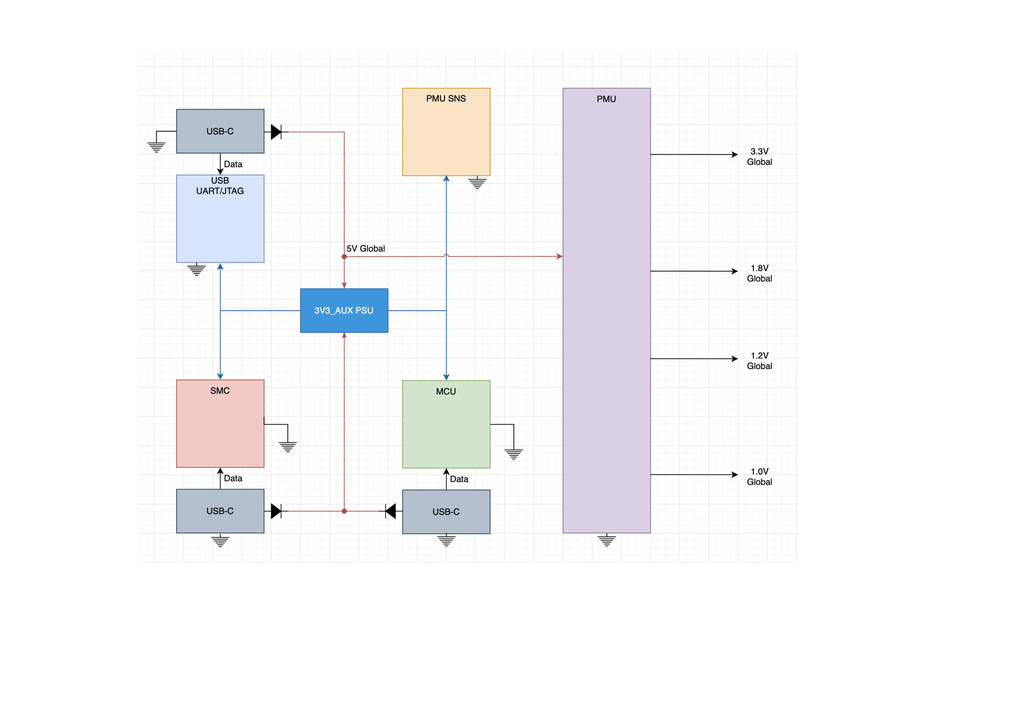
<source format=kicad_sch>
(kicad_sch (version 20211123) (generator eeschema)
  (paper "A4")
  (title_block (title "Power Strategy") (date "2023-03-07") (rev "A") (comment 1 "Designed by DragonEnjoyer :3"))
  (lib_symbols)
  (image (at 135.89 88.9) (scale 0.892189))
)
</source>
